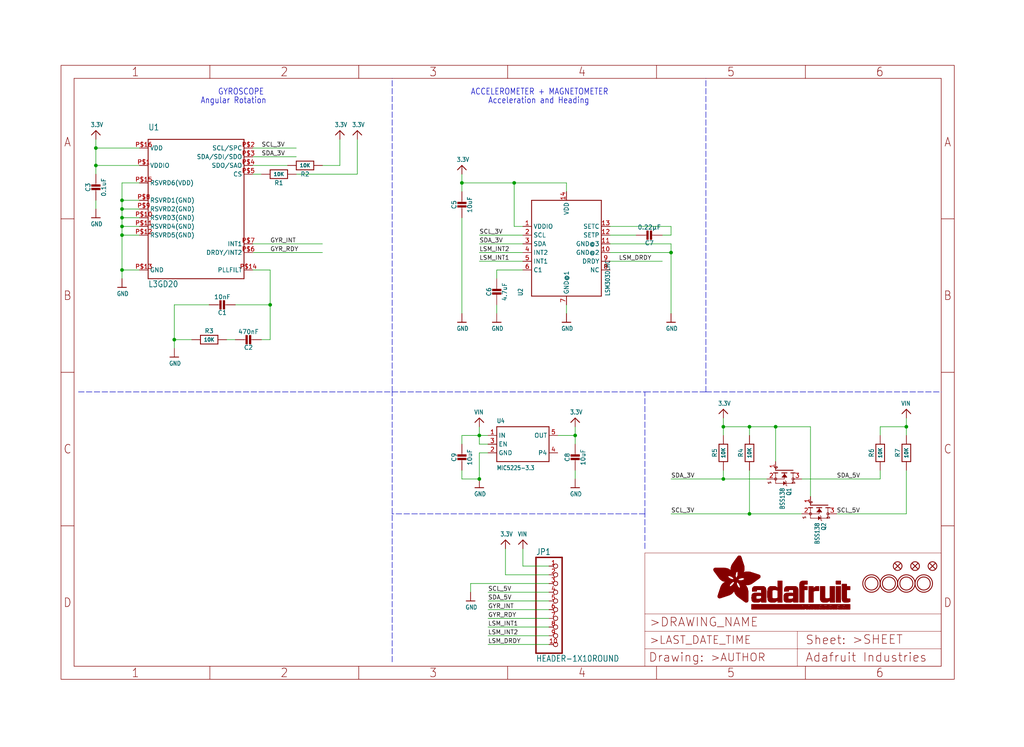
<source format=kicad_sch>
(kicad_sch (version 20211123) (generator eeschema)
  (paper "User" 298.45 217.881)
  (lib_symbols
    (symbol "schematicEagle-eagle-import:3.3V" (power)
      (property "Value" "3.3V" (at -1.524 1.016 0))
      (symbol "3.3V_1_0"
        (pin power_in line (at 0 -2.54 90) (length 2.54) (name "3.3V") (number "1"))
      )
    )
    (symbol "schematicEagle-eagle-import:CAP_CERAMIC_0805MP"
      (property "Reference" "C" (at -2.29 1.25 90))
      (property "Value" "CAP_CERAMIC_0805MP" (at 2.3 1.25 90))
      (symbol "CAP_CERAMIC_0805MP_1_0"
        (pin passive line (at 0 5.08 270) (length 2.54) (name "1") (number "1"))
        (pin passive line (at 0 -2.54 90) (length 2.54) (name "2") (number "2"))
      )
    )
    (symbol "schematicEagle-eagle-import:FIDUCIAL{dblquote}{dblquote}")
    (symbol "schematicEagle-eagle-import:FRAME_A4_ADAFRUIT"
      (symbol "FRAME_A4_ADAFRUIT_0_0"
        (text "1" (at 21.6958 1.905 0) (effects (font (size 2.54 2.286))))
        (text "1" (at 21.6958 177.165 0) (effects (font (size 2.54 2.286))))
        (text "2" (at 65.0875 1.905 0) (effects (font (size 2.54 2.286))))
        (text "2" (at 65.0875 177.165 0) (effects (font (size 2.54 2.286))))
        (text "3" (at 108.4792 1.905 0) (effects (font (size 2.54 2.286))))
        (text "3" (at 108.4792 177.165 0) (effects (font (size 2.54 2.286))))
        (text "4" (at 151.8708 1.905 0) (effects (font (size 2.54 2.286))))
        (text "4" (at 151.8708 177.165 0) (effects (font (size 2.54 2.286))))
        (text "5" (at 195.2625 1.905 0) (effects (font (size 2.54 2.286))))
        (text "5" (at 195.2625 177.165 0) (effects (font (size 2.54 2.286))))
        (text "6" (at 238.6542 1.905 0) (effects (font (size 2.54 2.286))))
        (text "6" (at 238.6542 177.165 0) (effects (font (size 2.54 2.286))))
        (text "A" (at 1.905 156.6863 0) (effects (font (size 2.54 2.286))))
        (text "A" (at 258.445 156.6863 0) (effects (font (size 2.54 2.286))))
        (text "B" (at 1.905 111.9188 0) (effects (font (size 2.54 2.286))))
        (text "B" (at 258.445 111.9188 0) (effects (font (size 2.54 2.286))))
        (text "C" (at 1.905 67.1513 0) (effects (font (size 2.54 2.286))))
        (text "C" (at 258.445 67.1513 0) (effects (font (size 2.54 2.286))))
        (text "D" (at 1.905 22.3838 0) (effects (font (size 2.54 2.286))))
        (text "D" (at 258.445 22.3838 0) (effects (font (size 2.54 2.286))))
      )
      (symbol "FRAME_A4_ADAFRUIT_1_0"
        (text ">AUTHOR" (at 189.23 5.08 0) (effects (font (size 2.286 2.286)) (justify left bottom)))
        (text ">DRAWING_NAME" (at 171.45 15.24 0) (effects (font (size 2.54 2.54)) (justify left bottom)))
        (text ">LAST_DATE_TIME" (at 171.45 10.16 0) (effects (font (size 2.286 2.286)) (justify left bottom)))
        (text ">SHEET" (at 230.505 10.16 0) (effects (font (size 2.54 2.54)) (justify left bottom)))
        (text "Adafruit Industries" (at 216.916 4.953 0) (effects (font (size 2.54 2.54)) (justify left bottom)))
        (text "Drawing:" (at 171.196 4.953 0) (effects (font (size 2.54 2.54)) (justify left bottom)))
        (text "Sheet:" (at 216.916 10.033 0) (effects (font (size 2.54 2.54)) (justify left bottom)))
      )
    )
    (symbol "schematicEagle-eagle-import:GND" (power)
      (property "Value" "GND" (at -1.524 -2.54 0))
      (symbol "GND_1_0"
        (pin power_in line (at 0 2.54 270) (length 2.54) (name "GND") (number "1"))
      )
    )
    (symbol "schematicEagle-eagle-import:GYRO_L3G2400D"
      (property "Reference" "U" (at -15.24 22.86 0))
      (property "Value" "GYRO_L3G2400D" (at -15.24 -22.86 0))
      (symbol "GYRO_L3G2400D_1_0"
        (pin power_in line (at -17.78 12.7 0) (length 2.54) (name "VDDIO") (number "P$1"))
        (pin bidirectional line (at -17.78 -2.54 0) (length 2.54) (name "RSVRD3(GND)") (number "P$10"))
        (pin bidirectional line (at -17.78 -5.08 0) (length 2.54) (name "RSVRD4(GND)") (number "P$11"))
        (pin bidirectional line (at -17.78 -7.62 0) (length 2.54) (name "RSVRD5(GND)") (number "P$12"))
        (pin bidirectional line (at -17.78 -17.78 0) (length 2.54) (name "GND") (number "P$13"))
        (pin bidirectional line (at 15.24 -17.78 180) (length 2.54) (name "PLLFILT") (number "P$14"))
        (pin bidirectional line (at -17.78 7.62 0) (length 2.54) (name "RSVRD6(VDD)") (number "P$15"))
        (pin bidirectional line (at -17.78 17.78 0) (length 2.54) (name "VDD") (number "P$16"))
        (pin bidirectional line (at 15.24 17.78 180) (length 2.54) (name "SCL/SPC") (number "P$2"))
        (pin bidirectional line (at 15.24 15.24 180) (length 2.54) (name "SDA/SDI/SDO") (number "P$3"))
        (pin bidirectional line (at 15.24 12.7 180) (length 2.54) (name "SDO/SAO") (number "P$4"))
        (pin bidirectional line (at 15.24 10.16 180) (length 2.54) (name "CS") (number "P$5"))
        (pin bidirectional line (at 15.24 -12.7 180) (length 2.54) (name "DRDY/INT2") (number "P$6"))
        (pin bidirectional line (at 15.24 -10.16 180) (length 2.54) (name "INT1") (number "P$7"))
        (pin bidirectional line (at -17.78 2.54 0) (length 2.54) (name "RSVRD1(GND)") (number "P$8"))
        (pin bidirectional line (at -17.78 0 0) (length 2.54) (name "RSVRD2(GND)") (number "P$9"))
      )
    )
    (symbol "schematicEagle-eagle-import:HEADER-1X10ROUND"
      (property "Reference" "JP" (at -6.35 13.335 0))
      (property "Value" "HEADER-1X10ROUND" (at -6.35 -17.78 0))
      (symbol "HEADER-1X10ROUND_1_0"
        (pin passive inverted (at -2.54 10.16 0) (length 2.54) (name "1") (number "1"))
        (pin passive inverted (at -2.54 -12.7 0) (length 2.54) (name "10") (number "10"))
        (pin passive inverted (at -2.54 7.62 0) (length 2.54) (name "2") (number "2"))
        (pin passive inverted (at -2.54 5.08 0) (length 2.54) (name "3") (number "3"))
        (pin passive inverted (at -2.54 2.54 0) (length 2.54) (name "4") (number "4"))
        (pin passive inverted (at -2.54 0 0) (length 2.54) (name "5") (number "5"))
        (pin passive inverted (at -2.54 -2.54 0) (length 2.54) (name "6") (number "6"))
        (pin passive inverted (at -2.54 -5.08 0) (length 2.54) (name "7") (number "7"))
        (pin passive inverted (at -2.54 -7.62 0) (length 2.54) (name "8") (number "8"))
        (pin passive inverted (at -2.54 -10.16 0) (length 2.54) (name "9") (number "9"))
      )
    )
    (symbol "schematicEagle-eagle-import:LSM303DLHC"
      (property "Reference" "U" (at -12.7 12.7 0))
      (property "Value" "LSM303DLHC" (at -12.7 -12.7 0))
      (symbol "LSM303DLHC_1_0"
        (pin power_in line (at 7.62 12.7 270) (length 2.54) (name "VDDIO") (number "1"))
        (pin power_in line (at 0 -12.7 90) (length 2.54) (name "GND@2") (number "10"))
        (pin power_in line (at 2.54 -12.7 90) (length 2.54) (name "GND@3") (number "11"))
        (pin bidirectional line (at 5.08 -12.7 90) (length 2.54) (name "SETP") (number "12"))
        (pin bidirectional line (at 7.62 -12.7 90) (length 2.54) (name "SETC") (number "13"))
        (pin power_in line (at 17.78 0 180) (length 2.54) (name "VDD") (number "14"))
        (pin bidirectional line (at 5.08 12.7 270) (length 2.54) (name "SCL") (number "2"))
        (pin bidirectional line (at 2.54 12.7 270) (length 2.54) (name "SDA") (number "3"))
        (pin output line (at 0 12.7 270) (length 2.54) (name "INT2") (number "4"))
        (pin output line (at -2.54 12.7 270) (length 2.54) (name "INT1") (number "5"))
        (pin bidirectional line (at -5.08 12.7 270) (length 2.54) (name "C1") (number "6"))
        (pin power_in line (at -15.24 0 0) (length 2.54) (name "GND@1") (number "7"))
        (pin bidirectional line (at -5.08 -12.7 90) (length 2.54) (name "NC") (number "8"))
        (pin output line (at -2.54 -12.7 90) (length 2.54) (name "DRDY") (number "9"))
      )
    )
    (symbol "schematicEagle-eagle-import:MOSFET-NWIDE"
      (property "Reference" "Q" (at 5.08 0.635 0))
      (property "Value" "MOSFET-NWIDE" (at 5.08 -1.27 0))
      (symbol "MOSFET-NWIDE_1_0"
        (text "D" (at 3.175 3.175 0) (effects (font (size 0.8128 0.6908)) (justify left bottom)))
        (text "G" (at -1.27 -1.905 0) (effects (font (size 0.8128 0.6908)) (justify left bottom)))
        (text "S" (at 3.175 -3.81 0) (effects (font (size 0.8128 0.6908)) (justify left bottom)))
        (pin bidirectional line (at -2.54 -2.54 0) (length 2.54) (name "G") (number "1"))
        (pin bidirectional line (at 2.54 -5.08 90) (length 2.54) (name "S") (number "2"))
        (pin bidirectional line (at 2.54 5.08 270) (length 2.54) (name "D") (number "3"))
      )
    )
    (symbol "schematicEagle-eagle-import:MOUNTINGHOLE2.5_THICK")
    (symbol "schematicEagle-eagle-import:RESISTOR_0805MP"
      (property "Reference" "R" (at 0 2.54 0))
      (property "Value" "RESISTOR_0805MP" (at 0 0 0))
      (symbol "RESISTOR_0805MP_1_0"
        (pin passive line (at -5.08 0 0) (length 2.54) (name "1") (number "1"))
        (pin passive line (at 5.08 0 180) (length 2.54) (name "2") (number "2"))
      )
    )
    (symbol "schematicEagle-eagle-import:VIN" (power)
      (property "Value" "VIN" (at -1.524 1.016 0))
      (symbol "VIN_1_0"
        (pin power_in line (at 0 -2.54 90) (length 2.54) (name "VIN") (number "1"))
      )
    )
    (symbol "schematicEagle-eagle-import:VREG_SOT23-5"
      (property "Reference" "U" (at -7.62 6.096 0))
      (property "Value" "VREG_SOT23-5" (at -7.62 -7.62 0))
      (symbol "VREG_SOT23-5_1_0"
        (pin power_in line (at -10.16 2.54 0) (length 2.54) (name "IN") (number "1"))
        (pin power_in line (at -10.16 -2.54 0) (length 2.54) (name "GND") (number "2"))
        (pin input line (at -10.16 0 0) (length 2.54) (name "EN") (number "3"))
        (pin bidirectional line (at 10.16 -2.54 180) (length 2.54) (name "P4") (number "4"))
        (pin power_in line (at 10.16 2.54 180) (length 2.54) (name "OUT") (number "5"))
      )
    )
  )
  (junction (at 149.86 53.34))
  (junction (at 78.74 88.9))
  (junction (at 218.44 149.86))
  (junction (at 27.94 48.26))
  (junction (at 35.56 78.74))
  (junction (at 195.58 73.66))
  (junction (at 139.7 139.7))
  (junction (at 167.64 127))
  (junction (at 134.62 53.34))
  (junction (at 218.44 124.46))
  (junction (at 35.56 60.96))
  (junction (at 210.82 139.7))
  (junction (at 27.94 43.18))
  (junction (at 210.82 124.46))
  (junction (at 264.16 124.46))
  (junction (at 35.56 58.42))
  (junction (at 35.56 68.58))
  (junction (at 226.06 124.46))
  (junction (at 35.56 63.5))
  (junction (at 139.7 127))
  (junction (at 50.8 99.06))
  (junction (at 35.56 66.04))
  (wire (pts (xy 264.16 124.46) (xy 264.16 121.92)))
  (wire (pts (xy 162.56 127) (xy 167.64 127)))
  (wire (pts (xy 134.62 55.88) (xy 134.62 53.34)))
  (wire (pts (xy 152.4 76.2) (xy 139.7 76.2)))
  (wire (pts (xy 134.62 127) (xy 139.7 127)))
  (wire (pts (xy 195.58 66.04) (xy 195.58 68.58)))
  (wire (pts (xy 256.54 139.7) (xy 256.54 137.16)))
  (wire (pts (xy 167.64 127) (xy 167.64 129.54)))
  (wire (pts (xy 152.4 66.04) (xy 149.86 66.04)))
  (wire (pts (xy 160.02 182.88) (xy 142.24 182.88)))
  (wire (pts (xy 35.56 78.74) (xy 35.56 81.28)))
  (wire (pts (xy 27.94 43.18) (xy 27.94 40.64)))
  (wire (pts (xy 78.74 88.9) (xy 78.74 78.74)))
  (wire (pts (xy 134.62 63.5) (xy 134.62 91.44)))
  (wire (pts (xy 264.16 127) (xy 264.16 124.46)))
  (wire (pts (xy 142.24 187.96) (xy 160.02 187.96)))
  (wire (pts (xy 142.24 132.08) (xy 139.7 132.08)))
  (wire (pts (xy 195.58 71.12) (xy 195.58 73.66)))
  (wire (pts (xy 177.8 68.58) (xy 185.42 68.58)))
  (polyline (pts (xy 114.3 114.3) (xy 187.96 114.3)))
  (wire (pts (xy 139.7 129.54) (xy 139.7 127)))
  (wire (pts (xy 142.24 129.54) (xy 139.7 129.54)))
  (wire (pts (xy 55.88 99.06) (xy 50.8 99.06)))
  (wire (pts (xy 226.06 124.46) (xy 226.06 134.62)))
  (wire (pts (xy 210.82 124.46) (xy 218.44 124.46)))
  (wire (pts (xy 137.16 170.18) (xy 137.16 172.72)))
  (wire (pts (xy 210.82 127) (xy 210.82 124.46)))
  (wire (pts (xy 177.8 73.66) (xy 195.58 73.66)))
  (polyline (pts (xy 187.96 160.02) (xy 187.96 149.86)))
  (wire (pts (xy 149.86 53.34) (xy 134.62 53.34)))
  (wire (pts (xy 35.56 68.58) (xy 35.56 78.74)))
  (polyline (pts (xy 114.3 114.3) (xy 114.3 22.86)))
  (wire (pts (xy 210.82 139.7) (xy 195.58 139.7)))
  (wire (pts (xy 40.64 53.34) (xy 35.56 53.34)))
  (wire (pts (xy 167.64 137.16) (xy 167.64 139.7)))
  (wire (pts (xy 160.02 170.18) (xy 137.16 170.18)))
  (wire (pts (xy 40.64 68.58) (xy 35.56 68.58)))
  (wire (pts (xy 256.54 124.46) (xy 264.16 124.46)))
  (wire (pts (xy 195.58 68.58) (xy 193.04 68.58)))
  (wire (pts (xy 73.66 43.18) (xy 86.36 43.18)))
  (wire (pts (xy 40.64 78.74) (xy 35.56 78.74)))
  (wire (pts (xy 27.94 48.26) (xy 27.94 43.18)))
  (wire (pts (xy 134.62 139.7) (xy 139.7 139.7)))
  (wire (pts (xy 149.86 53.34) (xy 165.1 53.34)))
  (wire (pts (xy 264.16 149.86) (xy 264.16 137.16)))
  (wire (pts (xy 147.32 167.64) (xy 147.32 160.02)))
  (wire (pts (xy 160.02 185.42) (xy 142.24 185.42)))
  (wire (pts (xy 73.66 45.72) (xy 86.36 45.72)))
  (wire (pts (xy 149.86 66.04) (xy 149.86 53.34)))
  (wire (pts (xy 210.82 137.16) (xy 210.82 139.7)))
  (wire (pts (xy 60.96 88.9) (xy 50.8 88.9)))
  (wire (pts (xy 86.36 50.8) (xy 104.14 50.8)))
  (wire (pts (xy 50.8 99.06) (xy 50.8 101.6)))
  (wire (pts (xy 73.66 71.12) (xy 93.98 71.12)))
  (wire (pts (xy 226.06 124.46) (xy 236.22 124.46)))
  (wire (pts (xy 93.98 48.26) (xy 99.06 48.26)))
  (wire (pts (xy 218.44 127) (xy 218.44 124.46)))
  (wire (pts (xy 177.8 71.12) (xy 195.58 71.12)))
  (wire (pts (xy 160.02 165.1) (xy 152.4 165.1)))
  (wire (pts (xy 35.56 60.96) (xy 35.56 63.5)))
  (wire (pts (xy 167.64 127) (xy 167.64 124.46)))
  (wire (pts (xy 68.58 88.9) (xy 78.74 88.9)))
  (polyline (pts (xy 187.96 149.86) (xy 114.3 149.86)))
  (wire (pts (xy 73.66 73.66) (xy 93.98 73.66)))
  (polyline (pts (xy 205.74 114.3) (xy 205.74 22.86)))
  (polyline (pts (xy 114.3 149.86) (xy 114.3 114.3)))
  (wire (pts (xy 144.78 78.74) (xy 144.78 81.28)))
  (wire (pts (xy 134.62 129.54) (xy 134.62 127)))
  (wire (pts (xy 40.64 66.04) (xy 35.56 66.04)))
  (wire (pts (xy 152.4 165.1) (xy 152.4 160.02)))
  (wire (pts (xy 256.54 127) (xy 256.54 124.46)))
  (wire (pts (xy 40.64 48.26) (xy 27.94 48.26)))
  (wire (pts (xy 40.64 60.96) (xy 35.56 60.96)))
  (wire (pts (xy 233.68 149.86) (xy 218.44 149.86)))
  (wire (pts (xy 142.24 177.8) (xy 160.02 177.8)))
  (wire (pts (xy 152.4 71.12) (xy 139.7 71.12)))
  (wire (pts (xy 73.66 78.74) (xy 78.74 78.74)))
  (wire (pts (xy 223.52 139.7) (xy 210.82 139.7)))
  (wire (pts (xy 27.94 50.8) (xy 27.94 48.26)))
  (wire (pts (xy 142.24 127) (xy 139.7 127)))
  (wire (pts (xy 27.94 58.42) (xy 27.94 60.96)))
  (wire (pts (xy 35.56 53.34) (xy 35.56 58.42)))
  (wire (pts (xy 218.44 124.46) (xy 226.06 124.46)))
  (wire (pts (xy 195.58 73.66) (xy 195.58 91.44)))
  (wire (pts (xy 152.4 68.58) (xy 139.7 68.58)))
  (wire (pts (xy 134.62 137.16) (xy 134.62 139.7)))
  (wire (pts (xy 78.74 99.06) (xy 78.74 88.9)))
  (wire (pts (xy 134.62 53.34) (xy 134.62 50.8)))
  (polyline (pts (xy 187.96 149.86) (xy 187.96 114.3)))
  (wire (pts (xy 160.02 175.26) (xy 142.24 175.26)))
  (wire (pts (xy 35.56 66.04) (xy 35.56 68.58)))
  (wire (pts (xy 243.84 149.86) (xy 264.16 149.86)))
  (wire (pts (xy 160.02 172.72) (xy 142.24 172.72)))
  (wire (pts (xy 218.44 137.16) (xy 218.44 149.86)))
  (wire (pts (xy 73.66 50.8) (xy 76.2 50.8)))
  (wire (pts (xy 236.22 124.46) (xy 236.22 144.78)))
  (polyline (pts (xy 187.96 114.3) (xy 205.74 114.3)))
  (polyline (pts (xy 22.86 114.3) (xy 114.3 114.3)))
  (wire (pts (xy 177.8 66.04) (xy 195.58 66.04)))
  (wire (pts (xy 160.02 167.64) (xy 147.32 167.64)))
  (wire (pts (xy 35.56 63.5) (xy 35.56 66.04)))
  (wire (pts (xy 50.8 88.9) (xy 50.8 99.06)))
  (wire (pts (xy 40.64 63.5) (xy 35.56 63.5)))
  (wire (pts (xy 210.82 121.92) (xy 210.82 124.46)))
  (wire (pts (xy 40.64 58.42) (xy 35.56 58.42)))
  (wire (pts (xy 152.4 78.74) (xy 144.78 78.74)))
  (wire (pts (xy 73.66 48.26) (xy 83.82 48.26)))
  (wire (pts (xy 152.4 73.66) (xy 139.7 73.66)))
  (wire (pts (xy 177.8 76.2) (xy 193.04 76.2)))
  (wire (pts (xy 165.1 53.34) (xy 165.1 55.88)))
  (wire (pts (xy 139.7 127) (xy 139.7 124.46)))
  (polyline (pts (xy 205.74 114.3) (xy 274.32 114.3)))
  (wire (pts (xy 76.2 99.06) (xy 78.74 99.06)))
  (wire (pts (xy 218.44 149.86) (xy 195.58 149.86)))
  (polyline (pts (xy 114.3 193.04) (xy 114.3 149.86)))
  (wire (pts (xy 142.24 180.34) (xy 160.02 180.34)))
  (wire (pts (xy 233.68 139.7) (xy 256.54 139.7)))
  (wire (pts (xy 99.06 48.26) (xy 99.06 40.64)))
  (wire (pts (xy 40.64 43.18) (xy 27.94 43.18)))
  (wire (pts (xy 35.56 58.42) (xy 35.56 60.96)))
  (wire (pts (xy 68.58 99.06) (xy 66.04 99.06)))
  (wire (pts (xy 104.14 50.8) (xy 104.14 40.64)))
  (wire (pts (xy 165.1 88.9) (xy 165.1 91.44)))
  (wire (pts (xy 139.7 132.08) (xy 139.7 139.7)))
  (wire (pts (xy 144.78 88.9) (xy 144.78 91.44)))
  (text "GYROSCOPE" (at 63.5 27.94 180) (effects (font (size 1.778 1.5113)) (justify left bottom)))
  (text "Acceleration and Heading" (at 142.24 30.48 180) (effects (font (size 1.778 1.5113)) (justify left bottom)))
  (text "ACCELEROMETER + MAGNETOMETER" (at 137.16 27.94 180) (effects (font (size 1.778 1.5113)) (justify left bottom)))
  (text "Angular Rotation" (at 58.42 30.48 180) (effects (font (size 1.778 1.5113)) (justify left bottom)))
  (label "LSM_INT2" (at 142.24 185.42 0) (effects (font (size 1.2446 1.2446))))
  (label "LSM_INT1" (at 142.24 182.88 0) (effects (font (size 1.2446 1.2446))))
  (label "GYR_INT" (at 78.74 71.12 0) (effects (font (size 1.2446 1.2446))))
  (label "LSM_INT2" (at 139.7 73.66 0) (effects (font (size 1.2446 1.2446))))
  (label "SCL_3V" (at 195.58 149.86 0) (effects (font (size 1.2446 1.2446))))
  (label "LSM_DRDY" (at 180.34 76.2 0) (effects (font (size 1.2446 1.2446))))
  (label "LSM_DRDY" (at 142.24 187.96 0) (effects (font (size 1.2446 1.2446))))
  (label "SCL_5V" (at 243.84 149.86 0) (effects (font (size 1.2446 1.2446))))
  (label "SCL_3V" (at 76.2 43.18 0) (effects (font (size 1.2446 1.2446))))
  (label "GYR_INT" (at 142.24 177.8 0) (effects (font (size 1.2446 1.2446))))
  (label "SDA_3V" (at 195.58 139.7 0) (effects (font (size 1.2446 1.2446))))
  (label "SDA_5V" (at 142.24 175.26 0) (effects (font (size 1.2446 1.2446))))
  (label "SDA_5V" (at 243.84 139.7 0) (effects (font (size 1.2446 1.2446))))
  (label "SDA_3V" (at 76.2 45.72 0) (effects (font (size 1.2446 1.2446))))
  (label "SDA_3V" (at 139.7 71.12 0) (effects (font (size 1.2446 1.2446))))
  (label "SCL_5V" (at 142.24 172.72 0) (effects (font (size 1.2446 1.2446))))
  (label "LSM_INT1" (at 139.7 76.2 0) (effects (font (size 1.2446 1.2446))))
  (label "GYR_RDY" (at 142.24 180.34 0) (effects (font (size 1.2446 1.2446))))
  (label "GYR_RDY" (at 78.74 73.66 0) (effects (font (size 1.2446 1.2446))))
  (label "SCL_3V" (at 139.7 68.58 0) (effects (font (size 1.2446 1.2446))))
  (symbol (lib_id "schematicEagle-eagle-import:FRAME_A4_ADAFRUIT") (at 17.78 198.12 0) (unit 1)
    (property "Reference" "#U$1" (effects hide))
    (property "Value" "FRAME_A4_ADAFRUIT" (effects hide))
    (property "Footprint" "schematicEagle:" (effects hide))
  )
  (symbol (lib_id "schematicEagle-eagle-import:3.3V") (at 27.94 38.1 0) (unit 1)
    (property "Reference" "#U$7" (effects hide))
    (property "Value" "3.3V" (at 26.416 37.084 0) (effects (font (size 1.27 1.0795)) (justify left bottom)))
    (property "Footprint" "schematicEagle:" (effects hide))
  )
  (symbol (lib_id "schematicEagle-eagle-import:3.3V") (at 104.14 38.1 0) (unit 1)
    (property "Reference" "#U$4" (effects hide))
    (property "Value" "3.3V" (at 102.616 37.084 0) (effects (font (size 1.27 1.0795)) (justify left bottom)))
    (property "Footprint" "schematicEagle:" (effects hide))
  )
  (symbol (lib_id "schematicEagle-eagle-import:MOUNTINGHOLE2.5_THICK") (at 264.16 170.18 0) (unit 1)
    (property "Reference" "U$29" (effects hide))
    (property "Value" "MOUNTINGHOLE2.5_THICK" (effects hide))
    (property "Footprint" "schematicEagle:MOUNTINGHOLE_2.5_PLATED_THICK" (effects hide))
  )
  (symbol (lib_id "schematicEagle-eagle-import:GND") (at 167.64 142.24 0) (unit 1)
    (property "Reference" "#U$17" (effects hide))
    (property "Value" "GND" (at 166.116 144.78 0) (effects (font (size 1.27 1.0795)) (justify left bottom)))
    (property "Footprint" "schematicEagle:" (effects hide))
  )
  (symbol (lib_id "schematicEagle-eagle-import:GND") (at 35.56 83.82 0) (unit 1)
    (property "Reference" "#U$3" (effects hide))
    (property "Value" "GND" (at 34.036 86.36 0) (effects (font (size 1.27 1.0795)) (justify left bottom)))
    (property "Footprint" "schematicEagle:" (effects hide))
  )
  (symbol (lib_id "schematicEagle-eagle-import:VIN") (at 139.7 121.92 0) (unit 1)
    (property "Reference" "#U$18" (effects hide))
    (property "Value" "VIN" (at 138.176 120.904 0) (effects (font (size 1.27 1.0795)) (justify left bottom)))
    (property "Footprint" "schematicEagle:" (effects hide))
  )
  (symbol (lib_id "schematicEagle-eagle-import:MOUNTINGHOLE2.5_THICK") (at 259.08 170.18 0) (unit 1)
    (property "Reference" "U$30" (effects hide))
    (property "Value" "MOUNTINGHOLE2.5_THICK" (effects hide))
    (property "Footprint" "schematicEagle:MOUNTINGHOLE_2.5_PLATED_THICK" (effects hide))
  )
  (symbol (lib_id "schematicEagle-eagle-import:3.3V") (at 134.62 48.26 0) (unit 1)
    (property "Reference" "#U$11" (effects hide))
    (property "Value" "3.3V" (at 133.096 47.244 0) (effects (font (size 1.27 1.0795)) (justify left bottom)))
    (property "Footprint" "schematicEagle:" (effects hide))
  )
  (symbol (lib_id "schematicEagle-eagle-import:RESISTOR_0805MP") (at 81.28 50.8 180) (unit 1)
    (property "Reference" "R1" (at 81.28 53.34 0))
    (property "Value" "10K" (at 81.28 50.8 0) (effects (font (size 1.016 1.016) bold)))
    (property "Footprint" "schematicEagle:_0805MP" (effects hide))
  )
  (symbol (lib_id "schematicEagle-eagle-import:CAP_CERAMIC_0805MP") (at 167.64 134.62 0) (unit 1)
    (property "Reference" "C8" (at 165.35 133.37 90))
    (property "Value" "10uF" (at 169.94 133.37 90))
    (property "Footprint" "schematicEagle:_0805MP" (effects hide))
  )
  (symbol (lib_id "schematicEagle-eagle-import:CAP_CERAMIC_0805MP") (at 66.04 88.9 90) (unit 1)
    (property "Reference" "C1" (at 64.79 91.19 90))
    (property "Value" "10nF" (at 64.79 86.6 90))
    (property "Footprint" "schematicEagle:_0805MP" (effects hide))
  )
  (symbol (lib_id "schematicEagle-eagle-import:GND") (at 50.8 104.14 0) (unit 1)
    (property "Reference" "#U$5" (effects hide))
    (property "Value" "GND" (at 49.276 106.68 0) (effects (font (size 1.27 1.0795)) (justify left bottom)))
    (property "Footprint" "schematicEagle:" (effects hide))
  )
  (symbol (lib_id "schematicEagle-eagle-import:3.3V") (at 167.64 121.92 0) (unit 1)
    (property "Reference" "#U$16" (effects hide))
    (property "Value" "3.3V" (at 166.116 120.904 0) (effects (font (size 1.27 1.0795)) (justify left bottom)))
    (property "Footprint" "schematicEagle:" (effects hide))
  )
  (symbol (lib_id "schematicEagle-eagle-import:CAP_CERAMIC_0805MP") (at 73.66 99.06 90) (unit 1)
    (property "Reference" "C2" (at 72.41 101.35 90))
    (property "Value" "470nF" (at 72.41 96.76 90))
    (property "Footprint" "schematicEagle:_0805MP" (effects hide))
  )
  (symbol (lib_id "schematicEagle-eagle-import:RESISTOR_0805MP") (at 218.44 132.08 90) (unit 1)
    (property "Reference" "R4" (at 215.9 132.08 0))
    (property "Value" "10K" (at 218.44 132.08 0) (effects (font (size 1.016 1.016) bold)))
    (property "Footprint" "schematicEagle:_0805MP" (effects hide))
  )
  (symbol (lib_id "schematicEagle-eagle-import:VIN") (at 152.4 157.48 0) (unit 1)
    (property "Reference" "#U$22" (effects hide))
    (property "Value" "VIN" (at 150.876 156.464 0) (effects (font (size 1.27 1.0795)) (justify left bottom)))
    (property "Footprint" "schematicEagle:" (effects hide))
  )
  (symbol (lib_id "schematicEagle-eagle-import:3.3V") (at 210.82 119.38 0) (unit 1)
    (property "Reference" "#U$20" (effects hide))
    (property "Value" "3.3V" (at 209.296 118.364 0) (effects (font (size 1.27 1.0795)) (justify left bottom)))
    (property "Footprint" "schematicEagle:" (effects hide))
  )
  (symbol (lib_id "schematicEagle-eagle-import:GND") (at 137.16 175.26 0) (unit 1)
    (property "Reference" "#U$24" (effects hide))
    (property "Value" "GND" (at 135.636 177.8 0) (effects (font (size 1.27 1.0795)) (justify left bottom)))
    (property "Footprint" "schematicEagle:" (effects hide))
  )
  (symbol (lib_id "schematicEagle-eagle-import:CAP_CERAMIC_0805MP") (at 134.62 134.62 0) (unit 1)
    (property "Reference" "C9" (at 132.33 133.37 90))
    (property "Value" "10uF" (at 136.92 133.37 90))
    (property "Footprint" "schematicEagle:_0805MP" (effects hide))
  )
  (symbol (lib_id "schematicEagle-eagle-import:GYRO_L3G2400D") (at 58.42 60.96 0) (unit 1)
    (property "Reference" "U1" (at 43.18 38.1 0) (effects (font (size 1.778 1.5113)) (justify left bottom)))
    (property "Value" "L3GD20" (at 43.18 83.82 0) (effects (font (size 1.778 1.5113)) (justify left bottom)))
    (property "Footprint" "schematicEagle:L3G4200D_LGA16L" (effects hide))
  )
  (symbol (lib_id "schematicEagle-eagle-import:GND") (at 139.7 142.24 0) (unit 1)
    (property "Reference" "#U$19" (effects hide))
    (property "Value" "GND" (at 138.176 144.78 0) (effects (font (size 1.27 1.0795)) (justify left bottom)))
    (property "Footprint" "schematicEagle:" (effects hide))
  )
  (symbol (lib_id "schematicEagle-eagle-import:GND") (at 165.1 93.98 0) (unit 1)
    (property "Reference" "#U$13" (effects hide))
    (property "Value" "GND" (at 163.576 96.52 0) (effects (font (size 1.27 1.0795)) (justify left bottom)))
    (property "Footprint" "schematicEagle:" (effects hide))
  )
  (symbol (lib_id "schematicEagle-eagle-import:3.3V") (at 99.06 38.1 0) (unit 1)
    (property "Reference" "#U$2" (effects hide))
    (property "Value" "3.3V" (at 97.536 37.084 0) (effects (font (size 1.27 1.0795)) (justify left bottom)))
    (property "Footprint" "schematicEagle:" (effects hide))
  )
  (symbol (lib_id "schematicEagle-eagle-import:VREG_SOT23-5") (at 152.4 129.54 0) (unit 1)
    (property "Reference" "U4" (at 144.78 123.444 0) (effects (font (size 1.27 1.0795)) (justify left bottom)))
    (property "Value" "MIC5225-3.3" (at 144.78 137.16 0) (effects (font (size 1.27 1.0795)) (justify left bottom)))
    (property "Footprint" "schematicEagle:SOT23-5" (effects hide))
  )
  (symbol (lib_id "schematicEagle-eagle-import:GND") (at 144.78 93.98 0) (unit 1)
    (property "Reference" "#U$14" (effects hide))
    (property "Value" "GND" (at 143.256 96.52 0) (effects (font (size 1.27 1.0795)) (justify left bottom)))
    (property "Footprint" "schematicEagle:" (effects hide))
  )
  (symbol (lib_id "schematicEagle-eagle-import:GND") (at 134.62 93.98 0) (unit 1)
    (property "Reference" "#U$12" (effects hide))
    (property "Value" "GND" (at 133.096 96.52 0) (effects (font (size 1.27 1.0795)) (justify left bottom)))
    (property "Footprint" "schematicEagle:" (effects hide))
  )
  (symbol (lib_id "schematicEagle-eagle-import:3.3V") (at 147.32 157.48 0) (unit 1)
    (property "Reference" "#U$23" (effects hide))
    (property "Value" "3.3V" (at 145.796 156.464 0) (effects (font (size 1.27 1.0795)) (justify left bottom)))
    (property "Footprint" "schematicEagle:" (effects hide))
  )
  (symbol (lib_id "schematicEagle-eagle-import:CAP_CERAMIC_0805MP") (at 144.78 86.36 0) (unit 1)
    (property "Reference" "C6" (at 142.49 85.11 90))
    (property "Value" "4.7uF" (at 147.08 85.11 90))
    (property "Footprint" "schematicEagle:_0805MP" (effects hide))
  )
  (symbol (lib_id "schematicEagle-eagle-import:RESISTOR_0805MP") (at 264.16 132.08 90) (unit 1)
    (property "Reference" "R7" (at 261.62 132.08 0))
    (property "Value" "10K" (at 264.16 132.08 0) (effects (font (size 1.016 1.016) bold)))
    (property "Footprint" "schematicEagle:_0805MP" (effects hide))
  )
  (symbol (lib_id "schematicEagle-eagle-import:VIN") (at 264.16 119.38 0) (unit 1)
    (property "Reference" "#U$21" (effects hide))
    (property "Value" "VIN" (at 262.636 118.364 0) (effects (font (size 1.27 1.0795)) (justify left bottom)))
    (property "Footprint" "schematicEagle:" (effects hide))
  )
  (symbol (lib_id "schematicEagle-eagle-import:CAP_CERAMIC_0805MP") (at 134.62 60.96 0) (unit 1)
    (property "Reference" "C5" (at 132.33 59.71 90))
    (property "Value" "10uF" (at 136.92 59.71 90))
    (property "Footprint" "schematicEagle:_0805MP" (effects hide))
  )
  (symbol (lib_id "schematicEagle-eagle-import:CAP_CERAMIC_0805MP") (at 190.5 68.58 90) (unit 1)
    (property "Reference" "C7" (at 189.25 70.87 90))
    (property "Value" "0.22µF" (at 189.25 66.28 90))
    (property "Footprint" "schematicEagle:_0805MP" (effects hide))
  )
  (symbol (lib_id "schematicEagle-eagle-import:FIDUCIAL{dblquote}{dblquote}") (at 271.78 165.1 0) (unit 1)
    (property "Reference" "FID1" (effects hide))
    (property "Value" "FIDUCIAL{dblquote}{dblquote}" (effects hide))
    (property "Footprint" "schematicEagle:FIDUCIAL_1MM" (effects hide))
  )
  (symbol (lib_id "schematicEagle-eagle-import:GND") (at 195.58 93.98 0) (unit 1)
    (property "Reference" "#U$15" (effects hide))
    (property "Value" "GND" (at 194.056 96.52 0) (effects (font (size 1.27 1.0795)) (justify left bottom)))
    (property "Footprint" "schematicEagle:" (effects hide))
  )
  (symbol (lib_id "schematicEagle-eagle-import:RESISTOR_0805MP") (at 88.9 48.26 180) (unit 1)
    (property "Reference" "R2" (at 88.9 50.8 0))
    (property "Value" "10K" (at 88.9 48.26 0) (effects (font (size 1.016 1.016) bold)))
    (property "Footprint" "schematicEagle:_0805MP" (effects hide))
  )
  (symbol (lib_id "schematicEagle-eagle-import:LSM303DLHC") (at 165.1 73.66 90) (unit 1)
    (property "Reference" "U2" (at 152.4 86.36 0) (effects (font (size 1.27 1.0795)) (justify left bottom)))
    (property "Value" "LSM303DLHC" (at 177.8 86.36 0) (effects (font (size 1.27 1.0795)) (justify left bottom)))
    (property "Footprint" "schematicEagle:LGA14" (effects hide))
  )
  (symbol (lib_id "schematicEagle-eagle-import:CAP_CERAMIC_0805MP") (at 27.94 55.88 0) (unit 1)
    (property "Reference" "C3" (at 25.65 54.63 90))
    (property "Value" "0.1uF" (at 30.24 54.63 90))
    (property "Footprint" "schematicEagle:_0805MP" (effects hide))
  )
  (symbol (lib_id "schematicEagle-eagle-import:HEADER-1X10ROUND") (at 162.56 175.26 0) (unit 1)
    (property "Reference" "JP1" (at 156.21 161.925 0) (effects (font (size 1.778 1.5113)) (justify left bottom)))
    (property "Value" "HEADER-1X10ROUND" (at 156.21 193.04 0) (effects (font (size 1.778 1.5113)) (justify left bottom)))
    (property "Footprint" "schematicEagle:1X10_ROUND" (effects hide))
  )
  (symbol (lib_id "schematicEagle-eagle-import:RESISTOR_0805MP") (at 256.54 132.08 90) (unit 1)
    (property "Reference" "R6" (at 254 132.08 0))
    (property "Value" "10K" (at 256.54 132.08 0) (effects (font (size 1.016 1.016) bold)))
    (property "Footprint" "schematicEagle:_0805MP" (effects hide))
  )
  (symbol (lib_id "schematicEagle-eagle-import:MOSFET-NWIDE") (at 228.6 137.16 270) (unit 1)
    (property "Reference" "Q1" (at 229.235 142.24 0) (effects (font (size 1.27 1.0795)) (justify left bottom)))
    (property "Value" "BSS138" (at 227.33 142.24 0) (effects (font (size 1.27 1.0795)) (justify left bottom)))
    (property "Footprint" "schematicEagle:SOT23-WIDE" (effects hide))
  )
  (symbol (lib_id "schematicEagle-eagle-import:MOSFET-NWIDE") (at 238.76 147.32 270) (unit 1)
    (property "Reference" "Q2" (at 239.395 152.4 0) (effects (font (size 1.27 1.0795)) (justify left bottom)))
    (property "Value" "BSS138" (at 237.49 152.4 0) (effects (font (size 1.27 1.0795)) (justify left bottom)))
    (property "Footprint" "schematicEagle:SOT23-WIDE" (effects hide))
  )
  (symbol (lib_id "schematicEagle-eagle-import:FIDUCIAL{dblquote}{dblquote}") (at 266.7 165.1 0) (unit 1)
    (property "Reference" "FID2" (effects hide))
    (property "Value" "FIDUCIAL{dblquote}{dblquote}" (effects hide))
    (property "Footprint" "schematicEagle:FIDUCIAL_1MM" (effects hide))
  )
  (symbol (lib_id "schematicEagle-eagle-import:GND") (at 27.94 63.5 0) (unit 1)
    (property "Reference" "#U$6" (effects hide))
    (property "Value" "GND" (at 26.416 66.04 0) (effects (font (size 1.27 1.0795)) (justify left bottom)))
    (property "Footprint" "schematicEagle:" (effects hide))
  )
  (symbol (lib_id "schematicEagle-eagle-import:FIDUCIAL{dblquote}{dblquote}") (at 261.62 165.1 0) (unit 1)
    (property "Reference" "FID3" (effects hide))
    (property "Value" "FIDUCIAL{dblquote}{dblquote}" (effects hide))
    (property "Footprint" "schematicEagle:FIDUCIAL_1MM" (effects hide))
  )
  (symbol (lib_id "schematicEagle-eagle-import:MOUNTINGHOLE2.5_THICK") (at 269.24 170.18 0) (unit 1)
    (property "Reference" "U$28" (effects hide))
    (property "Value" "MOUNTINGHOLE2.5_THICK" (effects hide))
    (property "Footprint" "schematicEagle:MOUNTINGHOLE_2.5_PLATED_THICK" (effects hide))
  )
  (symbol (lib_id "schematicEagle-eagle-import:RESISTOR_0805MP") (at 60.96 99.06 0) (unit 1)
    (property "Reference" "R3" (at 60.96 96.52 0))
    (property "Value" "10K" (at 60.96 99.06 0) (effects (font (size 1.016 1.016) bold)))
    (property "Footprint" "schematicEagle:_0805MP" (effects hide))
  )
  (symbol (lib_id "schematicEagle-eagle-import:RESISTOR_0805MP") (at 210.82 132.08 90) (unit 1)
    (property "Reference" "R5" (at 208.28 132.08 0))
    (property "Value" "10K" (at 210.82 132.08 0) (effects (font (size 1.016 1.016) bold)))
    (property "Footprint" "schematicEagle:_0805MP" (effects hide))
  )
  (symbol (lib_id "schematicEagle-eagle-import:MOUNTINGHOLE2.5_THICK") (at 254 170.18 0) (unit 1)
    (property "Reference" "U$31" (effects hide))
    (property "Value" "MOUNTINGHOLE2.5_THICK" (effects hide))
    (property "Footprint" "schematicEagle:MOUNTINGHOLE_2.5_PLATED_THICK" (effects hide))
  )
)
</source>
